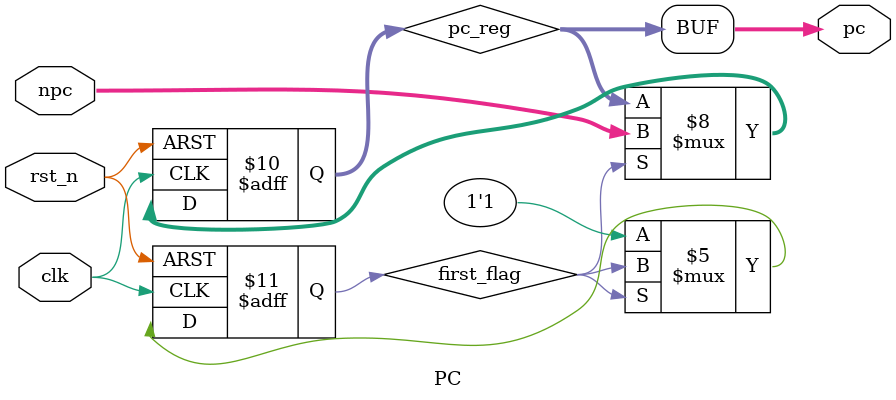
<source format=v>
`timescale 1ns / 1ps

module PC(
    input               clk,
    input               rst_n,  
    input  wire [31:0]  npc,
    output wire [31:0]  pc 
);
parameter INIT_PC = 32'b0;  // ¼ÙÉè0ÎªCPU¸´Î»ºóµÄÊ×ÌõÖ¸Áî¶ÔÓ¦µØÖ·
reg [31:0] pc_reg;
reg first_flag;
assign pc = pc_reg;

always @(posedge clk or negedge rst_n) begin
    if( ~rst_n ) begin
        pc_reg <= INIT_PC;
        first_flag <= 1'b0;
    end
    else 
        if (first_flag == 1'b0) //first time don't run
            first_flag <= 1'b1;
        else
            pc_reg <= npc;
end

endmodule

</source>
